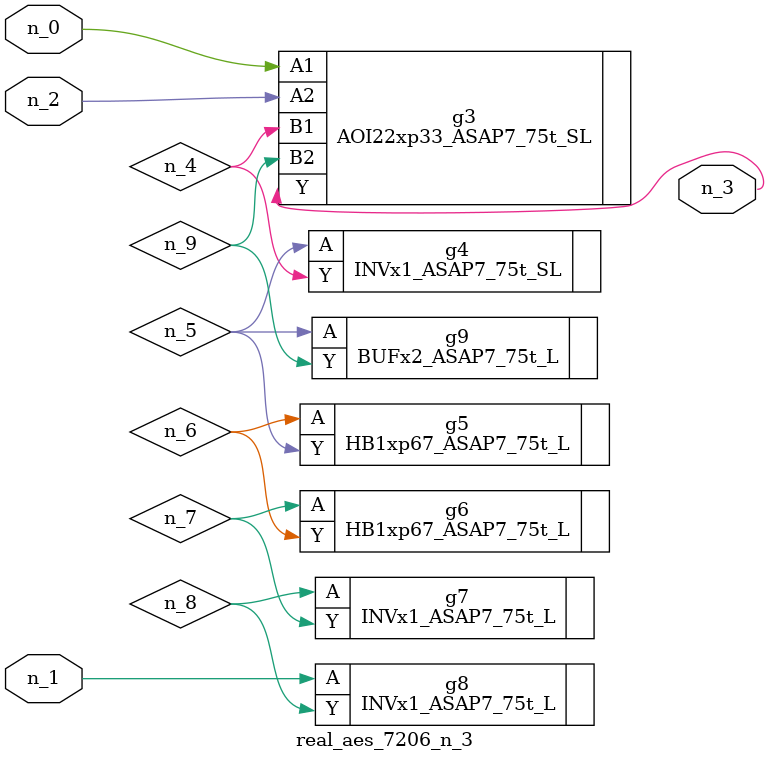
<source format=v>
module real_aes_7206_n_3 (n_0, n_2, n_1, n_3);
input n_0;
input n_2;
input n_1;
output n_3;
wire n_4;
wire n_5;
wire n_7;
wire n_9;
wire n_6;
wire n_8;
AOI22xp33_ASAP7_75t_SL g3 ( .A1(n_0), .A2(n_2), .B1(n_4), .B2(n_9), .Y(n_3) );
INVx1_ASAP7_75t_L g8 ( .A(n_1), .Y(n_8) );
INVx1_ASAP7_75t_SL g4 ( .A(n_5), .Y(n_4) );
BUFx2_ASAP7_75t_L g9 ( .A(n_5), .Y(n_9) );
HB1xp67_ASAP7_75t_L g5 ( .A(n_6), .Y(n_5) );
HB1xp67_ASAP7_75t_L g6 ( .A(n_7), .Y(n_6) );
INVx1_ASAP7_75t_L g7 ( .A(n_8), .Y(n_7) );
endmodule
</source>
